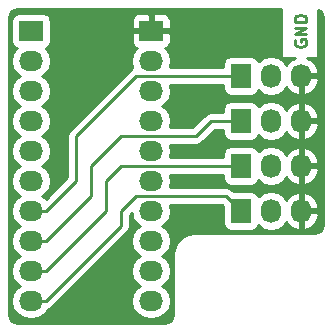
<source format=gbr>
G04 #@! TF.FileFunction,Copper,L1,Top,Signal*
%FSLAX46Y46*%
G04 Gerber Fmt 4.6, Leading zero omitted, Abs format (unit mm)*
G04 Created by KiCad (PCBNEW 4.0.2-4+6225~38~ubuntu15.10.1-stable) date Sat 27 Feb 2016 12:53:00 PM PST*
%MOMM*%
G01*
G04 APERTURE LIST*
%ADD10C,0.100000*%
%ADD11C,0.250000*%
%ADD12R,1.727200X2.032000*%
%ADD13O,1.727200X2.032000*%
%ADD14R,2.032000X1.727200*%
%ADD15O,2.032000X1.727200*%
%ADD16C,0.254000*%
G04 APERTURE END LIST*
D10*
D11*
X145550000Y-92201904D02*
X145502381Y-92297142D01*
X145502381Y-92439999D01*
X145550000Y-92582857D01*
X145645238Y-92678095D01*
X145740476Y-92725714D01*
X145930952Y-92773333D01*
X146073810Y-92773333D01*
X146264286Y-92725714D01*
X146359524Y-92678095D01*
X146454762Y-92582857D01*
X146502381Y-92439999D01*
X146502381Y-92344761D01*
X146454762Y-92201904D01*
X146407143Y-92154285D01*
X146073810Y-92154285D01*
X146073810Y-92344761D01*
X146502381Y-91725714D02*
X145502381Y-91725714D01*
X146502381Y-91154285D01*
X145502381Y-91154285D01*
X146502381Y-90678095D02*
X145502381Y-90678095D01*
X145502381Y-90440000D01*
X145550000Y-90297142D01*
X145645238Y-90201904D01*
X145740476Y-90154285D01*
X145930952Y-90106666D01*
X146073810Y-90106666D01*
X146264286Y-90154285D01*
X146359524Y-90201904D01*
X146454762Y-90297142D01*
X146502381Y-90440000D01*
X146502381Y-90678095D01*
D12*
X140970000Y-95250000D03*
D13*
X143510000Y-95250000D03*
X146050000Y-95250000D03*
D12*
X140970000Y-99060000D03*
D13*
X143510000Y-99060000D03*
X146050000Y-99060000D03*
D12*
X140970000Y-102870000D03*
D13*
X143510000Y-102870000D03*
X146050000Y-102870000D03*
D12*
X140970000Y-106680000D03*
D13*
X143510000Y-106680000D03*
X146050000Y-106680000D03*
D14*
X123190000Y-91440000D03*
D15*
X123190000Y-93980000D03*
X123190000Y-96520000D03*
X123190000Y-99060000D03*
X123190000Y-101600000D03*
X123190000Y-104140000D03*
X123190000Y-106680000D03*
X123190000Y-109220000D03*
X123190000Y-111760000D03*
X123190000Y-114300000D03*
D14*
X133350000Y-91440000D03*
D15*
X133350000Y-93980000D03*
X133350000Y-96520000D03*
X133350000Y-99060000D03*
X133350000Y-101600000D03*
X133350000Y-104140000D03*
X133350000Y-106680000D03*
X133350000Y-109220000D03*
X133350000Y-111760000D03*
X133350000Y-114300000D03*
D11*
X123190000Y-106680000D02*
X124460000Y-106680000D01*
X132080000Y-95250000D02*
X140970000Y-95250000D01*
X127000000Y-100330000D02*
X132080000Y-95250000D01*
X127000000Y-104140000D02*
X127000000Y-100330000D01*
X124460000Y-106680000D02*
X127000000Y-104140000D01*
X130810000Y-100330000D02*
X137160000Y-100330000D01*
X124460000Y-109220000D02*
X128270000Y-105410000D01*
X128270000Y-105410000D02*
X128270000Y-102870000D01*
X128270000Y-102870000D02*
X130810000Y-100330000D01*
X123190000Y-109220000D02*
X124460000Y-109220000D01*
X138430000Y-99060000D02*
X140970000Y-99060000D01*
X137160000Y-100330000D02*
X138430000Y-99060000D01*
X123190000Y-111760000D02*
X124460000Y-111760000D01*
X130810000Y-102870000D02*
X140970000Y-102870000D01*
X129540000Y-104140000D02*
X130810000Y-102870000D01*
X129540000Y-106680000D02*
X129540000Y-104140000D01*
X124460000Y-111760000D02*
X129540000Y-106680000D01*
X123190000Y-114300000D02*
X124460000Y-114300000D01*
X139700000Y-105410000D02*
X140970000Y-106680000D01*
X132080000Y-105410000D02*
X139700000Y-105410000D01*
X130810000Y-106680000D02*
X132080000Y-105410000D01*
X130810000Y-107950000D02*
X130810000Y-106680000D01*
X124460000Y-114300000D02*
X130810000Y-107950000D01*
D16*
G36*
X144340000Y-93723809D02*
X145512209Y-93723809D01*
X145147964Y-93899268D01*
X144776461Y-94315069D01*
X144569670Y-94005585D01*
X144083489Y-93680729D01*
X143510000Y-93566655D01*
X142936511Y-93680729D01*
X142450330Y-94005585D01*
X142440757Y-94019913D01*
X142436762Y-93998683D01*
X142297690Y-93782559D01*
X142085490Y-93637569D01*
X141833600Y-93586560D01*
X140106400Y-93586560D01*
X139871083Y-93630838D01*
X139654959Y-93769910D01*
X139509969Y-93982110D01*
X139458960Y-94234000D01*
X139458960Y-94490000D01*
X134931900Y-94490000D01*
X135033345Y-93980000D01*
X134919271Y-93406511D01*
X134594415Y-92920330D01*
X134572220Y-92905500D01*
X134725699Y-92841927D01*
X134904327Y-92663298D01*
X135001000Y-92429909D01*
X135001000Y-91725750D01*
X134842250Y-91567000D01*
X133477000Y-91567000D01*
X133477000Y-91587000D01*
X133223000Y-91587000D01*
X133223000Y-91567000D01*
X131857750Y-91567000D01*
X131699000Y-91725750D01*
X131699000Y-92429909D01*
X131795673Y-92663298D01*
X131974301Y-92841927D01*
X132127780Y-92905500D01*
X132105585Y-92920330D01*
X131780729Y-93406511D01*
X131666655Y-93980000D01*
X131780728Y-94553486D01*
X131542599Y-94712599D01*
X126462599Y-99792599D01*
X126297852Y-100039161D01*
X126240000Y-100330000D01*
X126240000Y-103825198D01*
X124438602Y-105626596D01*
X124434415Y-105620330D01*
X124119634Y-105410000D01*
X124434415Y-105199670D01*
X124759271Y-104713489D01*
X124873345Y-104140000D01*
X124759271Y-103566511D01*
X124434415Y-103080330D01*
X124119634Y-102870000D01*
X124434415Y-102659670D01*
X124759271Y-102173489D01*
X124873345Y-101600000D01*
X124759271Y-101026511D01*
X124434415Y-100540330D01*
X124119634Y-100330000D01*
X124434415Y-100119670D01*
X124759271Y-99633489D01*
X124873345Y-99060000D01*
X124759271Y-98486511D01*
X124434415Y-98000330D01*
X124119634Y-97790000D01*
X124434415Y-97579670D01*
X124759271Y-97093489D01*
X124873345Y-96520000D01*
X124759271Y-95946511D01*
X124434415Y-95460330D01*
X124119634Y-95250000D01*
X124434415Y-95039670D01*
X124759271Y-94553489D01*
X124873345Y-93980000D01*
X124759271Y-93406511D01*
X124434415Y-92920330D01*
X124420087Y-92910757D01*
X124441317Y-92906762D01*
X124657441Y-92767690D01*
X124802431Y-92555490D01*
X124853440Y-92303600D01*
X124853440Y-90576400D01*
X124829674Y-90450091D01*
X131699000Y-90450091D01*
X131699000Y-91154250D01*
X131857750Y-91313000D01*
X133223000Y-91313000D01*
X133223000Y-90100150D01*
X133477000Y-90100150D01*
X133477000Y-91313000D01*
X134842250Y-91313000D01*
X135001000Y-91154250D01*
X135001000Y-90450091D01*
X134904327Y-90216702D01*
X134725699Y-90038073D01*
X134492310Y-89941400D01*
X133635750Y-89941400D01*
X133477000Y-90100150D01*
X133223000Y-90100150D01*
X133064250Y-89941400D01*
X132207690Y-89941400D01*
X131974301Y-90038073D01*
X131795673Y-90216702D01*
X131699000Y-90450091D01*
X124829674Y-90450091D01*
X124809162Y-90341083D01*
X124670090Y-90124959D01*
X124457890Y-89979969D01*
X124206000Y-89928960D01*
X122174000Y-89928960D01*
X121938683Y-89973238D01*
X121722559Y-90112310D01*
X121577569Y-90324510D01*
X121526560Y-90576400D01*
X121526560Y-92303600D01*
X121570838Y-92538917D01*
X121709910Y-92755041D01*
X121922110Y-92900031D01*
X121963439Y-92908400D01*
X121945585Y-92920330D01*
X121620729Y-93406511D01*
X121506655Y-93980000D01*
X121620729Y-94553489D01*
X121945585Y-95039670D01*
X122260366Y-95250000D01*
X121945585Y-95460330D01*
X121620729Y-95946511D01*
X121506655Y-96520000D01*
X121620729Y-97093489D01*
X121945585Y-97579670D01*
X122260366Y-97790000D01*
X121945585Y-98000330D01*
X121620729Y-98486511D01*
X121506655Y-99060000D01*
X121620729Y-99633489D01*
X121945585Y-100119670D01*
X122260366Y-100330000D01*
X121945585Y-100540330D01*
X121620729Y-101026511D01*
X121506655Y-101600000D01*
X121620729Y-102173489D01*
X121945585Y-102659670D01*
X122260366Y-102870000D01*
X121945585Y-103080330D01*
X121620729Y-103566511D01*
X121506655Y-104140000D01*
X121620729Y-104713489D01*
X121945585Y-105199670D01*
X122260366Y-105410000D01*
X121945585Y-105620330D01*
X121620729Y-106106511D01*
X121506655Y-106680000D01*
X121620729Y-107253489D01*
X121945585Y-107739670D01*
X122260366Y-107950000D01*
X121945585Y-108160330D01*
X121620729Y-108646511D01*
X121506655Y-109220000D01*
X121620729Y-109793489D01*
X121945585Y-110279670D01*
X122260366Y-110490000D01*
X121945585Y-110700330D01*
X121620729Y-111186511D01*
X121506655Y-111760000D01*
X121620729Y-112333489D01*
X121945585Y-112819670D01*
X122260366Y-113030000D01*
X121945585Y-113240330D01*
X121620729Y-113726511D01*
X121506655Y-114300000D01*
X121620729Y-114873489D01*
X121945585Y-115359670D01*
X122431766Y-115684526D01*
X123005255Y-115798600D01*
X123374745Y-115798600D01*
X123948234Y-115684526D01*
X124434415Y-115359670D01*
X124661419Y-115019935D01*
X124750839Y-115002148D01*
X124997401Y-114837401D01*
X131347401Y-108487401D01*
X131512148Y-108240839D01*
X131570000Y-107950000D01*
X131570000Y-106994802D01*
X131702848Y-106861954D01*
X131780729Y-107253489D01*
X132105585Y-107739670D01*
X132420366Y-107950000D01*
X132105585Y-108160330D01*
X131780729Y-108646511D01*
X131666655Y-109220000D01*
X131780729Y-109793489D01*
X132105585Y-110279670D01*
X132420366Y-110490000D01*
X132105585Y-110700330D01*
X131780729Y-111186511D01*
X131666655Y-111760000D01*
X131780729Y-112333489D01*
X132105585Y-112819670D01*
X132420366Y-113030000D01*
X132105585Y-113240330D01*
X131780729Y-113726511D01*
X131666655Y-114300000D01*
X131780729Y-114873489D01*
X132105585Y-115359670D01*
X132591766Y-115684526D01*
X133165255Y-115798600D01*
X133534745Y-115798600D01*
X134108234Y-115684526D01*
X134594415Y-115359670D01*
X134919271Y-114873489D01*
X135033345Y-114300000D01*
X134919271Y-113726511D01*
X134594415Y-113240330D01*
X134279634Y-113030000D01*
X134594415Y-112819670D01*
X134919271Y-112333489D01*
X135033345Y-111760000D01*
X134919271Y-111186511D01*
X134594415Y-110700330D01*
X134279634Y-110490000D01*
X134594415Y-110279670D01*
X134919271Y-109793489D01*
X135033345Y-109220000D01*
X134919271Y-108646511D01*
X134594415Y-108160330D01*
X134279634Y-107950000D01*
X134594415Y-107739670D01*
X134919271Y-107253489D01*
X135033345Y-106680000D01*
X134931900Y-106170000D01*
X139385198Y-106170000D01*
X139458960Y-106243762D01*
X139458960Y-107696000D01*
X139503238Y-107931317D01*
X139642310Y-108147441D01*
X139854510Y-108292431D01*
X140106400Y-108343440D01*
X141833600Y-108343440D01*
X142068917Y-108299162D01*
X142285041Y-108160090D01*
X142430031Y-107947890D01*
X142438400Y-107906561D01*
X142450330Y-107924415D01*
X142936511Y-108249271D01*
X143510000Y-108363345D01*
X144083489Y-108249271D01*
X144569670Y-107924415D01*
X144776461Y-107614931D01*
X145147964Y-108030732D01*
X145675209Y-108284709D01*
X145690974Y-108287358D01*
X145923000Y-108166217D01*
X145923000Y-106807000D01*
X146177000Y-106807000D01*
X146177000Y-108166217D01*
X146409026Y-108287358D01*
X146424791Y-108284709D01*
X146952036Y-108030732D01*
X147341954Y-107594320D01*
X147535184Y-107041913D01*
X147390924Y-106807000D01*
X146177000Y-106807000D01*
X145923000Y-106807000D01*
X145903000Y-106807000D01*
X145903000Y-106553000D01*
X145923000Y-106553000D01*
X145923000Y-105193783D01*
X146177000Y-105193783D01*
X146177000Y-106553000D01*
X147390924Y-106553000D01*
X147535184Y-106318087D01*
X147341954Y-105765680D01*
X146952036Y-105329268D01*
X146424791Y-105075291D01*
X146409026Y-105072642D01*
X146177000Y-105193783D01*
X145923000Y-105193783D01*
X145690974Y-105072642D01*
X145675209Y-105075291D01*
X145147964Y-105329268D01*
X144776461Y-105745069D01*
X144569670Y-105435585D01*
X144083489Y-105110729D01*
X143510000Y-104996655D01*
X142936511Y-105110729D01*
X142450330Y-105435585D01*
X142440757Y-105449913D01*
X142436762Y-105428683D01*
X142297690Y-105212559D01*
X142085490Y-105067569D01*
X141833600Y-105016560D01*
X140381362Y-105016560D01*
X140237401Y-104872599D01*
X139990839Y-104707852D01*
X139700000Y-104650000D01*
X134931900Y-104650000D01*
X135033345Y-104140000D01*
X134931900Y-103630000D01*
X139458960Y-103630000D01*
X139458960Y-103886000D01*
X139503238Y-104121317D01*
X139642310Y-104337441D01*
X139854510Y-104482431D01*
X140106400Y-104533440D01*
X141833600Y-104533440D01*
X142068917Y-104489162D01*
X142285041Y-104350090D01*
X142430031Y-104137890D01*
X142438400Y-104096561D01*
X142450330Y-104114415D01*
X142936511Y-104439271D01*
X143510000Y-104553345D01*
X144083489Y-104439271D01*
X144569670Y-104114415D01*
X144776461Y-103804931D01*
X145147964Y-104220732D01*
X145675209Y-104474709D01*
X145690974Y-104477358D01*
X145923000Y-104356217D01*
X145923000Y-102997000D01*
X146177000Y-102997000D01*
X146177000Y-104356217D01*
X146409026Y-104477358D01*
X146424791Y-104474709D01*
X146952036Y-104220732D01*
X147341954Y-103784320D01*
X147535184Y-103231913D01*
X147390924Y-102997000D01*
X146177000Y-102997000D01*
X145923000Y-102997000D01*
X145903000Y-102997000D01*
X145903000Y-102743000D01*
X145923000Y-102743000D01*
X145923000Y-101383783D01*
X146177000Y-101383783D01*
X146177000Y-102743000D01*
X147390924Y-102743000D01*
X147535184Y-102508087D01*
X147341954Y-101955680D01*
X146952036Y-101519268D01*
X146424791Y-101265291D01*
X146409026Y-101262642D01*
X146177000Y-101383783D01*
X145923000Y-101383783D01*
X145690974Y-101262642D01*
X145675209Y-101265291D01*
X145147964Y-101519268D01*
X144776461Y-101935069D01*
X144569670Y-101625585D01*
X144083489Y-101300729D01*
X143510000Y-101186655D01*
X142936511Y-101300729D01*
X142450330Y-101625585D01*
X142440757Y-101639913D01*
X142436762Y-101618683D01*
X142297690Y-101402559D01*
X142085490Y-101257569D01*
X141833600Y-101206560D01*
X140106400Y-101206560D01*
X139871083Y-101250838D01*
X139654959Y-101389910D01*
X139509969Y-101602110D01*
X139458960Y-101854000D01*
X139458960Y-102110000D01*
X134931900Y-102110000D01*
X135033345Y-101600000D01*
X134931900Y-101090000D01*
X137160000Y-101090000D01*
X137450839Y-101032148D01*
X137697401Y-100867401D01*
X138744802Y-99820000D01*
X139458960Y-99820000D01*
X139458960Y-100076000D01*
X139503238Y-100311317D01*
X139642310Y-100527441D01*
X139854510Y-100672431D01*
X140106400Y-100723440D01*
X141833600Y-100723440D01*
X142068917Y-100679162D01*
X142285041Y-100540090D01*
X142430031Y-100327890D01*
X142438400Y-100286561D01*
X142450330Y-100304415D01*
X142936511Y-100629271D01*
X143510000Y-100743345D01*
X144083489Y-100629271D01*
X144569670Y-100304415D01*
X144776461Y-99994931D01*
X145147964Y-100410732D01*
X145675209Y-100664709D01*
X145690974Y-100667358D01*
X145923000Y-100546217D01*
X145923000Y-99187000D01*
X146177000Y-99187000D01*
X146177000Y-100546217D01*
X146409026Y-100667358D01*
X146424791Y-100664709D01*
X146952036Y-100410732D01*
X147341954Y-99974320D01*
X147535184Y-99421913D01*
X147390924Y-99187000D01*
X146177000Y-99187000D01*
X145923000Y-99187000D01*
X145903000Y-99187000D01*
X145903000Y-98933000D01*
X145923000Y-98933000D01*
X145923000Y-97573783D01*
X146177000Y-97573783D01*
X146177000Y-98933000D01*
X147390924Y-98933000D01*
X147535184Y-98698087D01*
X147341954Y-98145680D01*
X146952036Y-97709268D01*
X146424791Y-97455291D01*
X146409026Y-97452642D01*
X146177000Y-97573783D01*
X145923000Y-97573783D01*
X145690974Y-97452642D01*
X145675209Y-97455291D01*
X145147964Y-97709268D01*
X144776461Y-98125069D01*
X144569670Y-97815585D01*
X144083489Y-97490729D01*
X143510000Y-97376655D01*
X142936511Y-97490729D01*
X142450330Y-97815585D01*
X142440757Y-97829913D01*
X142436762Y-97808683D01*
X142297690Y-97592559D01*
X142085490Y-97447569D01*
X141833600Y-97396560D01*
X140106400Y-97396560D01*
X139871083Y-97440838D01*
X139654959Y-97579910D01*
X139509969Y-97792110D01*
X139458960Y-98044000D01*
X139458960Y-98300000D01*
X138430000Y-98300000D01*
X138139160Y-98357852D01*
X137892599Y-98522599D01*
X136845198Y-99570000D01*
X134931900Y-99570000D01*
X135033345Y-99060000D01*
X134919271Y-98486511D01*
X134594415Y-98000330D01*
X134279634Y-97790000D01*
X134594415Y-97579670D01*
X134919271Y-97093489D01*
X135033345Y-96520000D01*
X134931900Y-96010000D01*
X139458960Y-96010000D01*
X139458960Y-96266000D01*
X139503238Y-96501317D01*
X139642310Y-96717441D01*
X139854510Y-96862431D01*
X140106400Y-96913440D01*
X141833600Y-96913440D01*
X142068917Y-96869162D01*
X142285041Y-96730090D01*
X142430031Y-96517890D01*
X142438400Y-96476561D01*
X142450330Y-96494415D01*
X142936511Y-96819271D01*
X143510000Y-96933345D01*
X144083489Y-96819271D01*
X144569670Y-96494415D01*
X144776461Y-96184931D01*
X145147964Y-96600732D01*
X145675209Y-96854709D01*
X145690974Y-96857358D01*
X145923000Y-96736217D01*
X145923000Y-95377000D01*
X146177000Y-95377000D01*
X146177000Y-96736217D01*
X146409026Y-96857358D01*
X146424791Y-96854709D01*
X146952036Y-96600732D01*
X147341954Y-96164320D01*
X147535184Y-95611913D01*
X147390924Y-95377000D01*
X146177000Y-95377000D01*
X145923000Y-95377000D01*
X145903000Y-95377000D01*
X145903000Y-95123000D01*
X145923000Y-95123000D01*
X145923000Y-95103000D01*
X146177000Y-95103000D01*
X146177000Y-95123000D01*
X147390924Y-95123000D01*
X147535184Y-94888087D01*
X147341954Y-94335680D01*
X146952036Y-93899268D01*
X146587791Y-93723809D01*
X147510000Y-93723809D01*
X147510000Y-89661703D01*
X147528979Y-89665478D01*
X147706145Y-89783856D01*
X147824521Y-89961019D01*
X147880000Y-90239931D01*
X147880000Y-107880069D01*
X147824521Y-108158981D01*
X147706145Y-108336144D01*
X147528979Y-108454522D01*
X147250070Y-108510000D01*
X137160000Y-108510000D01*
X137091413Y-108523643D01*
X137021485Y-108523643D01*
X136535478Y-108620315D01*
X136439671Y-108660000D01*
X136279537Y-108726329D01*
X135867520Y-109001630D01*
X135671630Y-109197520D01*
X135396329Y-109609538D01*
X135354250Y-109711128D01*
X135290315Y-109865478D01*
X135193642Y-110351486D01*
X135193642Y-110421416D01*
X135180000Y-110490000D01*
X135180000Y-115500069D01*
X135124521Y-115778981D01*
X135006145Y-115956144D01*
X134828979Y-116074522D01*
X134550070Y-116130000D01*
X121989931Y-116130000D01*
X121711019Y-116074521D01*
X121533856Y-115956145D01*
X121415478Y-115778979D01*
X121360000Y-115500070D01*
X121360000Y-90239930D01*
X121415478Y-89961021D01*
X121533856Y-89783855D01*
X121711019Y-89665479D01*
X121989931Y-89610000D01*
X144340000Y-89610000D01*
X144340000Y-93723809D01*
X144340000Y-93723809D01*
G37*
X144340000Y-93723809D02*
X145512209Y-93723809D01*
X145147964Y-93899268D01*
X144776461Y-94315069D01*
X144569670Y-94005585D01*
X144083489Y-93680729D01*
X143510000Y-93566655D01*
X142936511Y-93680729D01*
X142450330Y-94005585D01*
X142440757Y-94019913D01*
X142436762Y-93998683D01*
X142297690Y-93782559D01*
X142085490Y-93637569D01*
X141833600Y-93586560D01*
X140106400Y-93586560D01*
X139871083Y-93630838D01*
X139654959Y-93769910D01*
X139509969Y-93982110D01*
X139458960Y-94234000D01*
X139458960Y-94490000D01*
X134931900Y-94490000D01*
X135033345Y-93980000D01*
X134919271Y-93406511D01*
X134594415Y-92920330D01*
X134572220Y-92905500D01*
X134725699Y-92841927D01*
X134904327Y-92663298D01*
X135001000Y-92429909D01*
X135001000Y-91725750D01*
X134842250Y-91567000D01*
X133477000Y-91567000D01*
X133477000Y-91587000D01*
X133223000Y-91587000D01*
X133223000Y-91567000D01*
X131857750Y-91567000D01*
X131699000Y-91725750D01*
X131699000Y-92429909D01*
X131795673Y-92663298D01*
X131974301Y-92841927D01*
X132127780Y-92905500D01*
X132105585Y-92920330D01*
X131780729Y-93406511D01*
X131666655Y-93980000D01*
X131780728Y-94553486D01*
X131542599Y-94712599D01*
X126462599Y-99792599D01*
X126297852Y-100039161D01*
X126240000Y-100330000D01*
X126240000Y-103825198D01*
X124438602Y-105626596D01*
X124434415Y-105620330D01*
X124119634Y-105410000D01*
X124434415Y-105199670D01*
X124759271Y-104713489D01*
X124873345Y-104140000D01*
X124759271Y-103566511D01*
X124434415Y-103080330D01*
X124119634Y-102870000D01*
X124434415Y-102659670D01*
X124759271Y-102173489D01*
X124873345Y-101600000D01*
X124759271Y-101026511D01*
X124434415Y-100540330D01*
X124119634Y-100330000D01*
X124434415Y-100119670D01*
X124759271Y-99633489D01*
X124873345Y-99060000D01*
X124759271Y-98486511D01*
X124434415Y-98000330D01*
X124119634Y-97790000D01*
X124434415Y-97579670D01*
X124759271Y-97093489D01*
X124873345Y-96520000D01*
X124759271Y-95946511D01*
X124434415Y-95460330D01*
X124119634Y-95250000D01*
X124434415Y-95039670D01*
X124759271Y-94553489D01*
X124873345Y-93980000D01*
X124759271Y-93406511D01*
X124434415Y-92920330D01*
X124420087Y-92910757D01*
X124441317Y-92906762D01*
X124657441Y-92767690D01*
X124802431Y-92555490D01*
X124853440Y-92303600D01*
X124853440Y-90576400D01*
X124829674Y-90450091D01*
X131699000Y-90450091D01*
X131699000Y-91154250D01*
X131857750Y-91313000D01*
X133223000Y-91313000D01*
X133223000Y-90100150D01*
X133477000Y-90100150D01*
X133477000Y-91313000D01*
X134842250Y-91313000D01*
X135001000Y-91154250D01*
X135001000Y-90450091D01*
X134904327Y-90216702D01*
X134725699Y-90038073D01*
X134492310Y-89941400D01*
X133635750Y-89941400D01*
X133477000Y-90100150D01*
X133223000Y-90100150D01*
X133064250Y-89941400D01*
X132207690Y-89941400D01*
X131974301Y-90038073D01*
X131795673Y-90216702D01*
X131699000Y-90450091D01*
X124829674Y-90450091D01*
X124809162Y-90341083D01*
X124670090Y-90124959D01*
X124457890Y-89979969D01*
X124206000Y-89928960D01*
X122174000Y-89928960D01*
X121938683Y-89973238D01*
X121722559Y-90112310D01*
X121577569Y-90324510D01*
X121526560Y-90576400D01*
X121526560Y-92303600D01*
X121570838Y-92538917D01*
X121709910Y-92755041D01*
X121922110Y-92900031D01*
X121963439Y-92908400D01*
X121945585Y-92920330D01*
X121620729Y-93406511D01*
X121506655Y-93980000D01*
X121620729Y-94553489D01*
X121945585Y-95039670D01*
X122260366Y-95250000D01*
X121945585Y-95460330D01*
X121620729Y-95946511D01*
X121506655Y-96520000D01*
X121620729Y-97093489D01*
X121945585Y-97579670D01*
X122260366Y-97790000D01*
X121945585Y-98000330D01*
X121620729Y-98486511D01*
X121506655Y-99060000D01*
X121620729Y-99633489D01*
X121945585Y-100119670D01*
X122260366Y-100330000D01*
X121945585Y-100540330D01*
X121620729Y-101026511D01*
X121506655Y-101600000D01*
X121620729Y-102173489D01*
X121945585Y-102659670D01*
X122260366Y-102870000D01*
X121945585Y-103080330D01*
X121620729Y-103566511D01*
X121506655Y-104140000D01*
X121620729Y-104713489D01*
X121945585Y-105199670D01*
X122260366Y-105410000D01*
X121945585Y-105620330D01*
X121620729Y-106106511D01*
X121506655Y-106680000D01*
X121620729Y-107253489D01*
X121945585Y-107739670D01*
X122260366Y-107950000D01*
X121945585Y-108160330D01*
X121620729Y-108646511D01*
X121506655Y-109220000D01*
X121620729Y-109793489D01*
X121945585Y-110279670D01*
X122260366Y-110490000D01*
X121945585Y-110700330D01*
X121620729Y-111186511D01*
X121506655Y-111760000D01*
X121620729Y-112333489D01*
X121945585Y-112819670D01*
X122260366Y-113030000D01*
X121945585Y-113240330D01*
X121620729Y-113726511D01*
X121506655Y-114300000D01*
X121620729Y-114873489D01*
X121945585Y-115359670D01*
X122431766Y-115684526D01*
X123005255Y-115798600D01*
X123374745Y-115798600D01*
X123948234Y-115684526D01*
X124434415Y-115359670D01*
X124661419Y-115019935D01*
X124750839Y-115002148D01*
X124997401Y-114837401D01*
X131347401Y-108487401D01*
X131512148Y-108240839D01*
X131570000Y-107950000D01*
X131570000Y-106994802D01*
X131702848Y-106861954D01*
X131780729Y-107253489D01*
X132105585Y-107739670D01*
X132420366Y-107950000D01*
X132105585Y-108160330D01*
X131780729Y-108646511D01*
X131666655Y-109220000D01*
X131780729Y-109793489D01*
X132105585Y-110279670D01*
X132420366Y-110490000D01*
X132105585Y-110700330D01*
X131780729Y-111186511D01*
X131666655Y-111760000D01*
X131780729Y-112333489D01*
X132105585Y-112819670D01*
X132420366Y-113030000D01*
X132105585Y-113240330D01*
X131780729Y-113726511D01*
X131666655Y-114300000D01*
X131780729Y-114873489D01*
X132105585Y-115359670D01*
X132591766Y-115684526D01*
X133165255Y-115798600D01*
X133534745Y-115798600D01*
X134108234Y-115684526D01*
X134594415Y-115359670D01*
X134919271Y-114873489D01*
X135033345Y-114300000D01*
X134919271Y-113726511D01*
X134594415Y-113240330D01*
X134279634Y-113030000D01*
X134594415Y-112819670D01*
X134919271Y-112333489D01*
X135033345Y-111760000D01*
X134919271Y-111186511D01*
X134594415Y-110700330D01*
X134279634Y-110490000D01*
X134594415Y-110279670D01*
X134919271Y-109793489D01*
X135033345Y-109220000D01*
X134919271Y-108646511D01*
X134594415Y-108160330D01*
X134279634Y-107950000D01*
X134594415Y-107739670D01*
X134919271Y-107253489D01*
X135033345Y-106680000D01*
X134931900Y-106170000D01*
X139385198Y-106170000D01*
X139458960Y-106243762D01*
X139458960Y-107696000D01*
X139503238Y-107931317D01*
X139642310Y-108147441D01*
X139854510Y-108292431D01*
X140106400Y-108343440D01*
X141833600Y-108343440D01*
X142068917Y-108299162D01*
X142285041Y-108160090D01*
X142430031Y-107947890D01*
X142438400Y-107906561D01*
X142450330Y-107924415D01*
X142936511Y-108249271D01*
X143510000Y-108363345D01*
X144083489Y-108249271D01*
X144569670Y-107924415D01*
X144776461Y-107614931D01*
X145147964Y-108030732D01*
X145675209Y-108284709D01*
X145690974Y-108287358D01*
X145923000Y-108166217D01*
X145923000Y-106807000D01*
X146177000Y-106807000D01*
X146177000Y-108166217D01*
X146409026Y-108287358D01*
X146424791Y-108284709D01*
X146952036Y-108030732D01*
X147341954Y-107594320D01*
X147535184Y-107041913D01*
X147390924Y-106807000D01*
X146177000Y-106807000D01*
X145923000Y-106807000D01*
X145903000Y-106807000D01*
X145903000Y-106553000D01*
X145923000Y-106553000D01*
X145923000Y-105193783D01*
X146177000Y-105193783D01*
X146177000Y-106553000D01*
X147390924Y-106553000D01*
X147535184Y-106318087D01*
X147341954Y-105765680D01*
X146952036Y-105329268D01*
X146424791Y-105075291D01*
X146409026Y-105072642D01*
X146177000Y-105193783D01*
X145923000Y-105193783D01*
X145690974Y-105072642D01*
X145675209Y-105075291D01*
X145147964Y-105329268D01*
X144776461Y-105745069D01*
X144569670Y-105435585D01*
X144083489Y-105110729D01*
X143510000Y-104996655D01*
X142936511Y-105110729D01*
X142450330Y-105435585D01*
X142440757Y-105449913D01*
X142436762Y-105428683D01*
X142297690Y-105212559D01*
X142085490Y-105067569D01*
X141833600Y-105016560D01*
X140381362Y-105016560D01*
X140237401Y-104872599D01*
X139990839Y-104707852D01*
X139700000Y-104650000D01*
X134931900Y-104650000D01*
X135033345Y-104140000D01*
X134931900Y-103630000D01*
X139458960Y-103630000D01*
X139458960Y-103886000D01*
X139503238Y-104121317D01*
X139642310Y-104337441D01*
X139854510Y-104482431D01*
X140106400Y-104533440D01*
X141833600Y-104533440D01*
X142068917Y-104489162D01*
X142285041Y-104350090D01*
X142430031Y-104137890D01*
X142438400Y-104096561D01*
X142450330Y-104114415D01*
X142936511Y-104439271D01*
X143510000Y-104553345D01*
X144083489Y-104439271D01*
X144569670Y-104114415D01*
X144776461Y-103804931D01*
X145147964Y-104220732D01*
X145675209Y-104474709D01*
X145690974Y-104477358D01*
X145923000Y-104356217D01*
X145923000Y-102997000D01*
X146177000Y-102997000D01*
X146177000Y-104356217D01*
X146409026Y-104477358D01*
X146424791Y-104474709D01*
X146952036Y-104220732D01*
X147341954Y-103784320D01*
X147535184Y-103231913D01*
X147390924Y-102997000D01*
X146177000Y-102997000D01*
X145923000Y-102997000D01*
X145903000Y-102997000D01*
X145903000Y-102743000D01*
X145923000Y-102743000D01*
X145923000Y-101383783D01*
X146177000Y-101383783D01*
X146177000Y-102743000D01*
X147390924Y-102743000D01*
X147535184Y-102508087D01*
X147341954Y-101955680D01*
X146952036Y-101519268D01*
X146424791Y-101265291D01*
X146409026Y-101262642D01*
X146177000Y-101383783D01*
X145923000Y-101383783D01*
X145690974Y-101262642D01*
X145675209Y-101265291D01*
X145147964Y-101519268D01*
X144776461Y-101935069D01*
X144569670Y-101625585D01*
X144083489Y-101300729D01*
X143510000Y-101186655D01*
X142936511Y-101300729D01*
X142450330Y-101625585D01*
X142440757Y-101639913D01*
X142436762Y-101618683D01*
X142297690Y-101402559D01*
X142085490Y-101257569D01*
X141833600Y-101206560D01*
X140106400Y-101206560D01*
X139871083Y-101250838D01*
X139654959Y-101389910D01*
X139509969Y-101602110D01*
X139458960Y-101854000D01*
X139458960Y-102110000D01*
X134931900Y-102110000D01*
X135033345Y-101600000D01*
X134931900Y-101090000D01*
X137160000Y-101090000D01*
X137450839Y-101032148D01*
X137697401Y-100867401D01*
X138744802Y-99820000D01*
X139458960Y-99820000D01*
X139458960Y-100076000D01*
X139503238Y-100311317D01*
X139642310Y-100527441D01*
X139854510Y-100672431D01*
X140106400Y-100723440D01*
X141833600Y-100723440D01*
X142068917Y-100679162D01*
X142285041Y-100540090D01*
X142430031Y-100327890D01*
X142438400Y-100286561D01*
X142450330Y-100304415D01*
X142936511Y-100629271D01*
X143510000Y-100743345D01*
X144083489Y-100629271D01*
X144569670Y-100304415D01*
X144776461Y-99994931D01*
X145147964Y-100410732D01*
X145675209Y-100664709D01*
X145690974Y-100667358D01*
X145923000Y-100546217D01*
X145923000Y-99187000D01*
X146177000Y-99187000D01*
X146177000Y-100546217D01*
X146409026Y-100667358D01*
X146424791Y-100664709D01*
X146952036Y-100410732D01*
X147341954Y-99974320D01*
X147535184Y-99421913D01*
X147390924Y-99187000D01*
X146177000Y-99187000D01*
X145923000Y-99187000D01*
X145903000Y-99187000D01*
X145903000Y-98933000D01*
X145923000Y-98933000D01*
X145923000Y-97573783D01*
X146177000Y-97573783D01*
X146177000Y-98933000D01*
X147390924Y-98933000D01*
X147535184Y-98698087D01*
X147341954Y-98145680D01*
X146952036Y-97709268D01*
X146424791Y-97455291D01*
X146409026Y-97452642D01*
X146177000Y-97573783D01*
X145923000Y-97573783D01*
X145690974Y-97452642D01*
X145675209Y-97455291D01*
X145147964Y-97709268D01*
X144776461Y-98125069D01*
X144569670Y-97815585D01*
X144083489Y-97490729D01*
X143510000Y-97376655D01*
X142936511Y-97490729D01*
X142450330Y-97815585D01*
X142440757Y-97829913D01*
X142436762Y-97808683D01*
X142297690Y-97592559D01*
X142085490Y-97447569D01*
X141833600Y-97396560D01*
X140106400Y-97396560D01*
X139871083Y-97440838D01*
X139654959Y-97579910D01*
X139509969Y-97792110D01*
X139458960Y-98044000D01*
X139458960Y-98300000D01*
X138430000Y-98300000D01*
X138139160Y-98357852D01*
X137892599Y-98522599D01*
X136845198Y-99570000D01*
X134931900Y-99570000D01*
X135033345Y-99060000D01*
X134919271Y-98486511D01*
X134594415Y-98000330D01*
X134279634Y-97790000D01*
X134594415Y-97579670D01*
X134919271Y-97093489D01*
X135033345Y-96520000D01*
X134931900Y-96010000D01*
X139458960Y-96010000D01*
X139458960Y-96266000D01*
X139503238Y-96501317D01*
X139642310Y-96717441D01*
X139854510Y-96862431D01*
X140106400Y-96913440D01*
X141833600Y-96913440D01*
X142068917Y-96869162D01*
X142285041Y-96730090D01*
X142430031Y-96517890D01*
X142438400Y-96476561D01*
X142450330Y-96494415D01*
X142936511Y-96819271D01*
X143510000Y-96933345D01*
X144083489Y-96819271D01*
X144569670Y-96494415D01*
X144776461Y-96184931D01*
X145147964Y-96600732D01*
X145675209Y-96854709D01*
X145690974Y-96857358D01*
X145923000Y-96736217D01*
X145923000Y-95377000D01*
X146177000Y-95377000D01*
X146177000Y-96736217D01*
X146409026Y-96857358D01*
X146424791Y-96854709D01*
X146952036Y-96600732D01*
X147341954Y-96164320D01*
X147535184Y-95611913D01*
X147390924Y-95377000D01*
X146177000Y-95377000D01*
X145923000Y-95377000D01*
X145903000Y-95377000D01*
X145903000Y-95123000D01*
X145923000Y-95123000D01*
X145923000Y-95103000D01*
X146177000Y-95103000D01*
X146177000Y-95123000D01*
X147390924Y-95123000D01*
X147535184Y-94888087D01*
X147341954Y-94335680D01*
X146952036Y-93899268D01*
X146587791Y-93723809D01*
X147510000Y-93723809D01*
X147510000Y-89661703D01*
X147528979Y-89665478D01*
X147706145Y-89783856D01*
X147824521Y-89961019D01*
X147880000Y-90239931D01*
X147880000Y-107880069D01*
X147824521Y-108158981D01*
X147706145Y-108336144D01*
X147528979Y-108454522D01*
X147250070Y-108510000D01*
X137160000Y-108510000D01*
X137091413Y-108523643D01*
X137021485Y-108523643D01*
X136535478Y-108620315D01*
X136439671Y-108660000D01*
X136279537Y-108726329D01*
X135867520Y-109001630D01*
X135671630Y-109197520D01*
X135396329Y-109609538D01*
X135354250Y-109711128D01*
X135290315Y-109865478D01*
X135193642Y-110351486D01*
X135193642Y-110421416D01*
X135180000Y-110490000D01*
X135180000Y-115500069D01*
X135124521Y-115778981D01*
X135006145Y-115956144D01*
X134828979Y-116074522D01*
X134550070Y-116130000D01*
X121989931Y-116130000D01*
X121711019Y-116074521D01*
X121533856Y-115956145D01*
X121415478Y-115778979D01*
X121360000Y-115500070D01*
X121360000Y-90239930D01*
X121415478Y-89961021D01*
X121533856Y-89783855D01*
X121711019Y-89665479D01*
X121989931Y-89610000D01*
X144340000Y-89610000D01*
X144340000Y-93723809D01*
M02*

</source>
